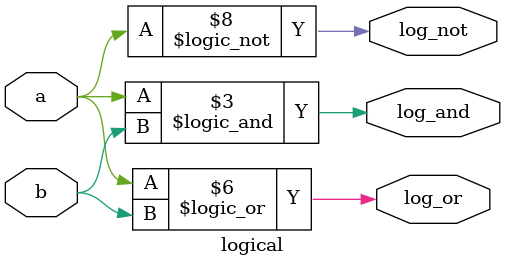
<source format=v>
module logical (
    a,
    b,
    log_and,
    log_or,
    log_not
);
    input a, b;
    output log_and, log_or, log_not;

    assign log_and = (a != 0) && (b != 0);
    assign log_or= (a != 0) || (b != 0);
    assign log_not = !(a != 0);
endmodule

</source>
